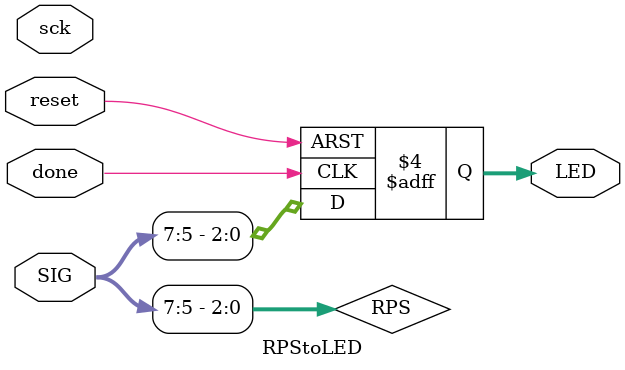
<source format=sv>
module RPStoLED(input logic sck,
input logic reset,
                input logic [7:0] SIG,
                input logic done,
                output logic [2:0] LED);

    logic [2:0] RPS;


    always_comb begin
        RPS[2] = SIG[7]; //rock
        RPS[1] = SIG[6]; //paper
        RPS[0] = SIG[5]; //scissors
    end


    always @(posedge done, negedge reset)
if (~reset)
LED = 3'b000;
        else if (done) begin
            LED[2] = RPS[2]; //rock
            LED[1] = RPS[1]; //paper
            LED[0] = RPS[0]; //scissors
        end


endmodule
</source>
